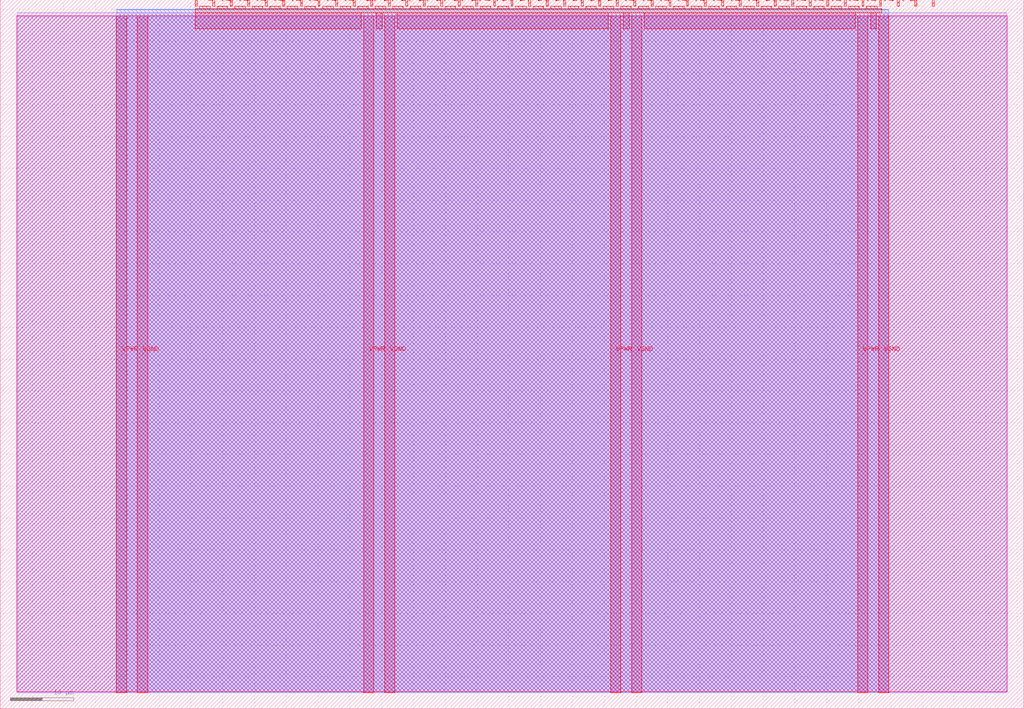
<source format=lef>
VERSION 5.7 ;
  NOWIREEXTENSIONATPIN ON ;
  DIVIDERCHAR "/" ;
  BUSBITCHARS "[]" ;
MACRO tt_um_b_8_array_multiplier
  CLASS BLOCK ;
  FOREIGN tt_um_b_8_array_multiplier ;
  ORIGIN 0.000 0.000 ;
  SIZE 161.000 BY 111.520 ;
  PIN VGND
    DIRECTION INOUT ;
    USE GROUND ;
    PORT
      LAYER met4 ;
        RECT 21.580 2.480 23.180 109.040 ;
    END
    PORT
      LAYER met4 ;
        RECT 60.450 2.480 62.050 109.040 ;
    END
    PORT
      LAYER met4 ;
        RECT 99.320 2.480 100.920 109.040 ;
    END
    PORT
      LAYER met4 ;
        RECT 138.190 2.480 139.790 109.040 ;
    END
  END VGND
  PIN VPWR
    DIRECTION INOUT ;
    USE POWER ;
    PORT
      LAYER met4 ;
        RECT 18.280 2.480 19.880 109.040 ;
    END
    PORT
      LAYER met4 ;
        RECT 57.150 2.480 58.750 109.040 ;
    END
    PORT
      LAYER met4 ;
        RECT 96.020 2.480 97.620 109.040 ;
    END
    PORT
      LAYER met4 ;
        RECT 134.890 2.480 136.490 109.040 ;
    END
  END VPWR
  PIN clk
    DIRECTION INPUT ;
    USE SIGNAL ;
    PORT
      LAYER met4 ;
        RECT 143.830 110.520 144.130 111.520 ;
    END
  END clk
  PIN ena
    DIRECTION INPUT ;
    USE SIGNAL ;
    PORT
      LAYER met4 ;
        RECT 146.590 110.520 146.890 111.520 ;
    END
  END ena
  PIN rst_n
    DIRECTION INPUT ;
    USE SIGNAL ;
    PORT
      LAYER met4 ;
        RECT 141.070 110.520 141.370 111.520 ;
    END
  END rst_n
  PIN ui_in[0]
    DIRECTION INPUT ;
    USE SIGNAL ;
    ANTENNAGATEAREA 0.213000 ;
    PORT
      LAYER met4 ;
        RECT 138.310 110.520 138.610 111.520 ;
    END
  END ui_in[0]
  PIN ui_in[1]
    DIRECTION INPUT ;
    USE SIGNAL ;
    ANTENNAGATEAREA 0.196500 ;
    PORT
      LAYER met4 ;
        RECT 135.550 110.520 135.850 111.520 ;
    END
  END ui_in[1]
  PIN ui_in[2]
    DIRECTION INPUT ;
    USE SIGNAL ;
    ANTENNAGATEAREA 0.213000 ;
    PORT
      LAYER met4 ;
        RECT 132.790 110.520 133.090 111.520 ;
    END
  END ui_in[2]
  PIN ui_in[3]
    DIRECTION INPUT ;
    USE SIGNAL ;
    ANTENNAGATEAREA 0.213000 ;
    PORT
      LAYER met4 ;
        RECT 130.030 110.520 130.330 111.520 ;
    END
  END ui_in[3]
  PIN ui_in[4]
    DIRECTION INPUT ;
    USE SIGNAL ;
    ANTENNAGATEAREA 0.213000 ;
    PORT
      LAYER met4 ;
        RECT 127.270 110.520 127.570 111.520 ;
    END
  END ui_in[4]
  PIN ui_in[5]
    DIRECTION INPUT ;
    USE SIGNAL ;
    ANTENNAGATEAREA 0.213000 ;
    PORT
      LAYER met4 ;
        RECT 124.510 110.520 124.810 111.520 ;
    END
  END ui_in[5]
  PIN ui_in[6]
    DIRECTION INPUT ;
    USE SIGNAL ;
    ANTENNAGATEAREA 0.213000 ;
    PORT
      LAYER met4 ;
        RECT 121.750 110.520 122.050 111.520 ;
    END
  END ui_in[6]
  PIN ui_in[7]
    DIRECTION INPUT ;
    USE SIGNAL ;
    ANTENNAGATEAREA 0.213000 ;
    PORT
      LAYER met4 ;
        RECT 118.990 110.520 119.290 111.520 ;
    END
  END ui_in[7]
  PIN uio_in[0]
    DIRECTION INPUT ;
    USE SIGNAL ;
    PORT
      LAYER met4 ;
        RECT 116.230 110.520 116.530 111.520 ;
    END
  END uio_in[0]
  PIN uio_in[1]
    DIRECTION INPUT ;
    USE SIGNAL ;
    PORT
      LAYER met4 ;
        RECT 113.470 110.520 113.770 111.520 ;
    END
  END uio_in[1]
  PIN uio_in[2]
    DIRECTION INPUT ;
    USE SIGNAL ;
    PORT
      LAYER met4 ;
        RECT 110.710 110.520 111.010 111.520 ;
    END
  END uio_in[2]
  PIN uio_in[3]
    DIRECTION INPUT ;
    USE SIGNAL ;
    PORT
      LAYER met4 ;
        RECT 107.950 110.520 108.250 111.520 ;
    END
  END uio_in[3]
  PIN uio_in[4]
    DIRECTION INPUT ;
    USE SIGNAL ;
    PORT
      LAYER met4 ;
        RECT 105.190 110.520 105.490 111.520 ;
    END
  END uio_in[4]
  PIN uio_in[5]
    DIRECTION INPUT ;
    USE SIGNAL ;
    PORT
      LAYER met4 ;
        RECT 102.430 110.520 102.730 111.520 ;
    END
  END uio_in[5]
  PIN uio_in[6]
    DIRECTION INPUT ;
    USE SIGNAL ;
    PORT
      LAYER met4 ;
        RECT 99.670 110.520 99.970 111.520 ;
    END
  END uio_in[6]
  PIN uio_in[7]
    DIRECTION INPUT ;
    USE SIGNAL ;
    PORT
      LAYER met4 ;
        RECT 96.910 110.520 97.210 111.520 ;
    END
  END uio_in[7]
  PIN uio_oe[0]
    DIRECTION OUTPUT ;
    USE SIGNAL ;
    PORT
      LAYER met4 ;
        RECT 49.990 110.520 50.290 111.520 ;
    END
  END uio_oe[0]
  PIN uio_oe[1]
    DIRECTION OUTPUT ;
    USE SIGNAL ;
    PORT
      LAYER met4 ;
        RECT 47.230 110.520 47.530 111.520 ;
    END
  END uio_oe[1]
  PIN uio_oe[2]
    DIRECTION OUTPUT ;
    USE SIGNAL ;
    PORT
      LAYER met4 ;
        RECT 44.470 110.520 44.770 111.520 ;
    END
  END uio_oe[2]
  PIN uio_oe[3]
    DIRECTION OUTPUT ;
    USE SIGNAL ;
    PORT
      LAYER met4 ;
        RECT 41.710 110.520 42.010 111.520 ;
    END
  END uio_oe[3]
  PIN uio_oe[4]
    DIRECTION OUTPUT ;
    USE SIGNAL ;
    PORT
      LAYER met4 ;
        RECT 38.950 110.520 39.250 111.520 ;
    END
  END uio_oe[4]
  PIN uio_oe[5]
    DIRECTION OUTPUT ;
    USE SIGNAL ;
    PORT
      LAYER met4 ;
        RECT 36.190 110.520 36.490 111.520 ;
    END
  END uio_oe[5]
  PIN uio_oe[6]
    DIRECTION OUTPUT ;
    USE SIGNAL ;
    PORT
      LAYER met4 ;
        RECT 33.430 110.520 33.730 111.520 ;
    END
  END uio_oe[6]
  PIN uio_oe[7]
    DIRECTION OUTPUT ;
    USE SIGNAL ;
    PORT
      LAYER met4 ;
        RECT 30.670 110.520 30.970 111.520 ;
    END
  END uio_oe[7]
  PIN uio_out[0]
    DIRECTION OUTPUT ;
    USE SIGNAL ;
    PORT
      LAYER met4 ;
        RECT 72.070 110.520 72.370 111.520 ;
    END
  END uio_out[0]
  PIN uio_out[1]
    DIRECTION OUTPUT ;
    USE SIGNAL ;
    PORT
      LAYER met4 ;
        RECT 69.310 110.520 69.610 111.520 ;
    END
  END uio_out[1]
  PIN uio_out[2]
    DIRECTION OUTPUT ;
    USE SIGNAL ;
    PORT
      LAYER met4 ;
        RECT 66.550 110.520 66.850 111.520 ;
    END
  END uio_out[2]
  PIN uio_out[3]
    DIRECTION OUTPUT ;
    USE SIGNAL ;
    PORT
      LAYER met4 ;
        RECT 63.790 110.520 64.090 111.520 ;
    END
  END uio_out[3]
  PIN uio_out[4]
    DIRECTION OUTPUT ;
    USE SIGNAL ;
    PORT
      LAYER met4 ;
        RECT 61.030 110.520 61.330 111.520 ;
    END
  END uio_out[4]
  PIN uio_out[5]
    DIRECTION OUTPUT ;
    USE SIGNAL ;
    PORT
      LAYER met4 ;
        RECT 58.270 110.520 58.570 111.520 ;
    END
  END uio_out[5]
  PIN uio_out[6]
    DIRECTION OUTPUT ;
    USE SIGNAL ;
    PORT
      LAYER met4 ;
        RECT 55.510 110.520 55.810 111.520 ;
    END
  END uio_out[6]
  PIN uio_out[7]
    DIRECTION OUTPUT ;
    USE SIGNAL ;
    PORT
      LAYER met4 ;
        RECT 52.750 110.520 53.050 111.520 ;
    END
  END uio_out[7]
  PIN uo_out[0]
    DIRECTION OUTPUT ;
    USE SIGNAL ;
    ANTENNADIFFAREA 0.445500 ;
    PORT
      LAYER met4 ;
        RECT 94.150 110.520 94.450 111.520 ;
    END
  END uo_out[0]
  PIN uo_out[1]
    DIRECTION OUTPUT ;
    USE SIGNAL ;
    ANTENNADIFFAREA 0.795200 ;
    PORT
      LAYER met4 ;
        RECT 91.390 110.520 91.690 111.520 ;
    END
  END uo_out[1]
  PIN uo_out[2]
    DIRECTION OUTPUT ;
    USE SIGNAL ;
    ANTENNADIFFAREA 0.795200 ;
    PORT
      LAYER met4 ;
        RECT 88.630 110.520 88.930 111.520 ;
    END
  END uo_out[2]
  PIN uo_out[3]
    DIRECTION OUTPUT ;
    USE SIGNAL ;
    ANTENNADIFFAREA 0.445500 ;
    PORT
      LAYER met4 ;
        RECT 85.870 110.520 86.170 111.520 ;
    END
  END uo_out[3]
  PIN uo_out[4]
    DIRECTION OUTPUT ;
    USE SIGNAL ;
    ANTENNADIFFAREA 0.445500 ;
    PORT
      LAYER met4 ;
        RECT 83.110 110.520 83.410 111.520 ;
    END
  END uo_out[4]
  PIN uo_out[5]
    DIRECTION OUTPUT ;
    USE SIGNAL ;
    ANTENNADIFFAREA 0.445500 ;
    PORT
      LAYER met4 ;
        RECT 80.350 110.520 80.650 111.520 ;
    END
  END uo_out[5]
  PIN uo_out[6]
    DIRECTION OUTPUT ;
    USE SIGNAL ;
    ANTENNADIFFAREA 0.445500 ;
    PORT
      LAYER met4 ;
        RECT 77.590 110.520 77.890 111.520 ;
    END
  END uo_out[6]
  PIN uo_out[7]
    DIRECTION OUTPUT ;
    USE SIGNAL ;
    ANTENNADIFFAREA 0.445500 ;
    PORT
      LAYER met4 ;
        RECT 74.830 110.520 75.130 111.520 ;
    END
  END uo_out[7]
  OBS
      LAYER nwell ;
        RECT 2.570 2.635 158.430 108.990 ;
      LAYER li1 ;
        RECT 2.760 2.635 158.240 108.885 ;
      LAYER met1 ;
        RECT 2.760 2.480 158.240 109.440 ;
      LAYER met2 ;
        RECT 18.310 2.535 139.760 110.005 ;
      LAYER met3 ;
        RECT 18.290 2.555 139.780 109.985 ;
      LAYER met4 ;
        RECT 31.370 110.120 33.030 110.520 ;
        RECT 34.130 110.120 35.790 110.520 ;
        RECT 36.890 110.120 38.550 110.520 ;
        RECT 39.650 110.120 41.310 110.520 ;
        RECT 42.410 110.120 44.070 110.520 ;
        RECT 45.170 110.120 46.830 110.520 ;
        RECT 47.930 110.120 49.590 110.520 ;
        RECT 50.690 110.120 52.350 110.520 ;
        RECT 53.450 110.120 55.110 110.520 ;
        RECT 56.210 110.120 57.870 110.520 ;
        RECT 58.970 110.120 60.630 110.520 ;
        RECT 61.730 110.120 63.390 110.520 ;
        RECT 64.490 110.120 66.150 110.520 ;
        RECT 67.250 110.120 68.910 110.520 ;
        RECT 70.010 110.120 71.670 110.520 ;
        RECT 72.770 110.120 74.430 110.520 ;
        RECT 75.530 110.120 77.190 110.520 ;
        RECT 78.290 110.120 79.950 110.520 ;
        RECT 81.050 110.120 82.710 110.520 ;
        RECT 83.810 110.120 85.470 110.520 ;
        RECT 86.570 110.120 88.230 110.520 ;
        RECT 89.330 110.120 90.990 110.520 ;
        RECT 92.090 110.120 93.750 110.520 ;
        RECT 94.850 110.120 96.510 110.520 ;
        RECT 97.610 110.120 99.270 110.520 ;
        RECT 100.370 110.120 102.030 110.520 ;
        RECT 103.130 110.120 104.790 110.520 ;
        RECT 105.890 110.120 107.550 110.520 ;
        RECT 108.650 110.120 110.310 110.520 ;
        RECT 111.410 110.120 113.070 110.520 ;
        RECT 114.170 110.120 115.830 110.520 ;
        RECT 116.930 110.120 118.590 110.520 ;
        RECT 119.690 110.120 121.350 110.520 ;
        RECT 122.450 110.120 124.110 110.520 ;
        RECT 125.210 110.120 126.870 110.520 ;
        RECT 127.970 110.120 129.630 110.520 ;
        RECT 130.730 110.120 132.390 110.520 ;
        RECT 133.490 110.120 135.150 110.520 ;
        RECT 136.250 110.120 137.910 110.520 ;
        RECT 30.655 109.440 138.625 110.120 ;
        RECT 30.655 106.935 56.750 109.440 ;
        RECT 59.150 106.935 60.050 109.440 ;
        RECT 62.450 106.935 95.620 109.440 ;
        RECT 98.020 106.935 98.920 109.440 ;
        RECT 101.320 106.935 134.490 109.440 ;
        RECT 136.890 106.935 137.790 109.440 ;
  END
END tt_um_b_8_array_multiplier
END LIBRARY


</source>
